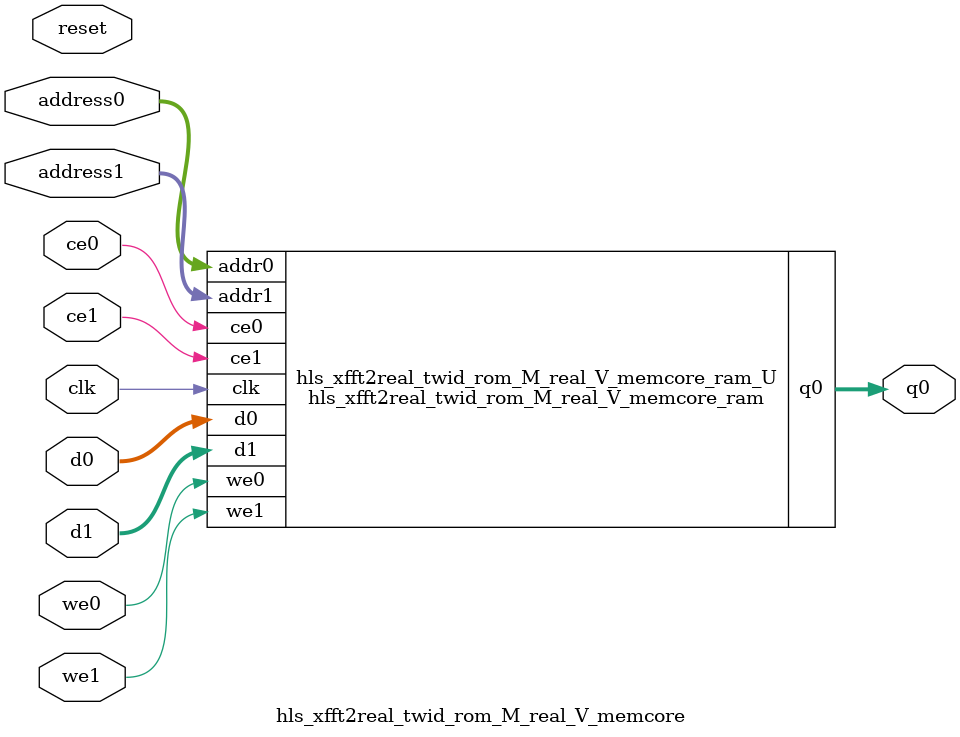
<source format=v>
`timescale 1 ns / 1 ps
module hls_xfft2real_twid_rom_M_real_V_memcore_ram (addr0, ce0, d0, we0, q0, addr1, ce1, d1, we1,  clk);

parameter DWIDTH = 15;
parameter AWIDTH = 8;
parameter MEM_SIZE = 256;

input[AWIDTH-1:0] addr0;
input ce0;
input[DWIDTH-1:0] d0;
input we0;
output reg[DWIDTH-1:0] q0;
input[AWIDTH-1:0] addr1;
input ce1;
input[DWIDTH-1:0] d1;
input we1;
input clk;

reg [DWIDTH-1:0] ram[0:MEM_SIZE-1];




always @(posedge clk)  
begin 
    if (ce0) begin
        if (we0) 
            ram[addr0] <= d0; 
        q0 <= ram[addr0];
    end
end


always @(posedge clk)  
begin 
    if (ce1) begin
        if (we1) 
            ram[addr1] <= d1; 
    end
end


endmodule

`timescale 1 ns / 1 ps
module hls_xfft2real_twid_rom_M_real_V_memcore(
    reset,
    clk,
    address0,
    ce0,
    we0,
    d0,
    q0,
    address1,
    ce1,
    we1,
    d1);

parameter DataWidth = 32'd15;
parameter AddressRange = 32'd256;
parameter AddressWidth = 32'd8;
input reset;
input clk;
input[AddressWidth - 1:0] address0;
input ce0;
input we0;
input[DataWidth - 1:0] d0;
output[DataWidth - 1:0] q0;
input[AddressWidth - 1:0] address1;
input ce1;
input we1;
input[DataWidth - 1:0] d1;



hls_xfft2real_twid_rom_M_real_V_memcore_ram hls_xfft2real_twid_rom_M_real_V_memcore_ram_U(
    .clk( clk ),
    .addr0( address0 ),
    .ce0( ce0 ),
    .we0( we0 ),
    .d0( d0 ),
    .q0( q0 ),
    .addr1( address1 ),
    .ce1( ce1 ),
    .we1( we1 ),
    .d1( d1 ));

endmodule


</source>
